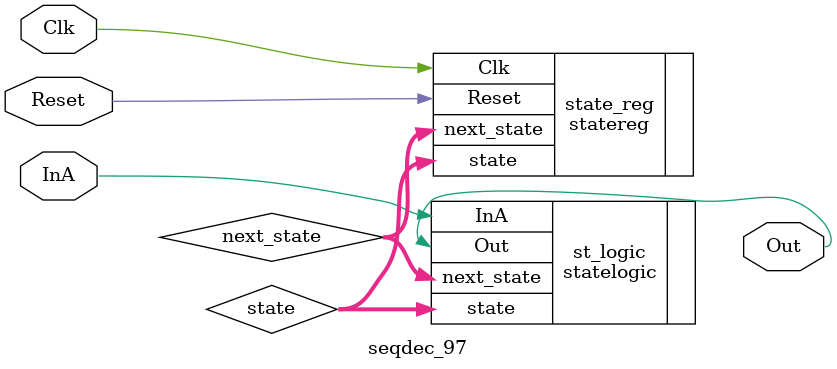
<source format=v>
module seqdec_97 (InA, Clk, Reset, Out);

input Clk;
input Reset;
input InA;

output Out;

wire [3:0] state;
wire [3:0] next_state;

statereg state_reg(
  .state(state),
  .next_state(next_state),
  .Clk(Clk),
  .Reset(Reset)
);

statelogic st_logic(
  .next_state(next_state),
  .Out(Out),
  .state(state),
  .InA(InA)
);

endmodule
</source>
